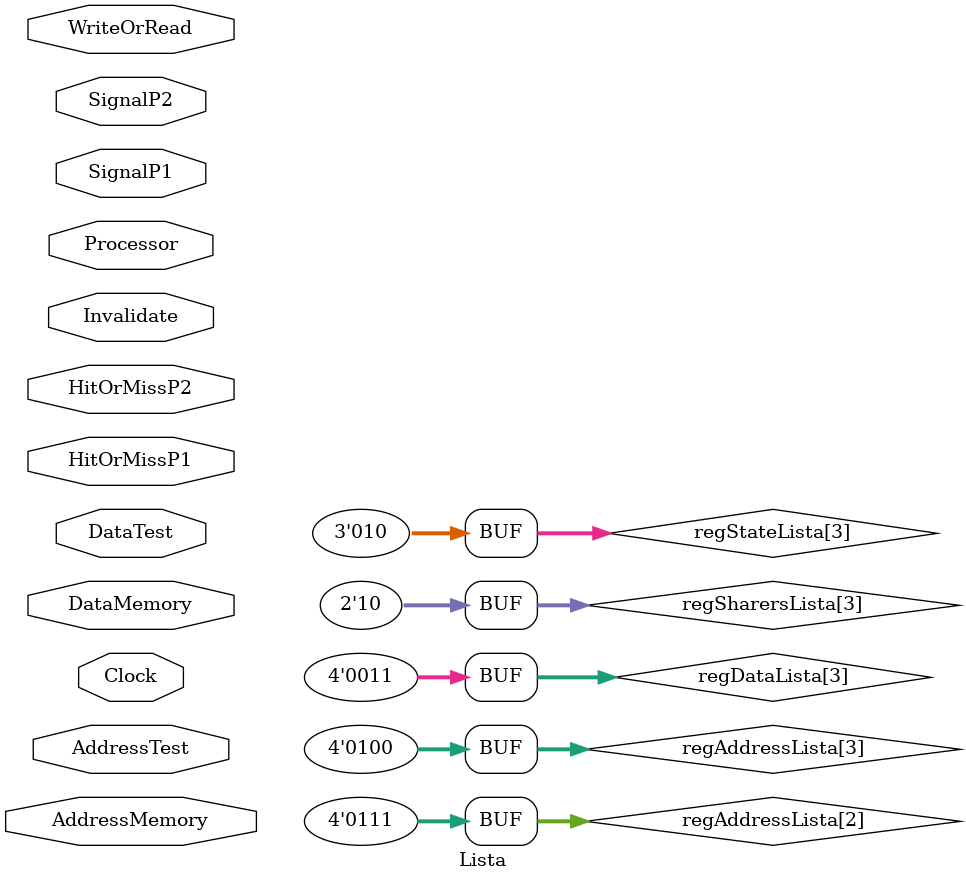
<source format=v>
module Lista(Clock, AddressTest, DataTest, HitOrMissP2, HitOrMissP1, SignalP1, SignalP2, DataMemory, AddressMemory, Processor, Invalidate, WriteOrRead);

	input Clock;
	
	input[1:0] Processor, WriteOrRead;
	input[1:0] Invalidate;
	input[2:0] SignalP1, SignalP2;
	input[1:0] HitOrMissP2;
	input[1:0] HitOrMissP1;
	input[3:0] DataTest;			
	input[3:0] AddressTest;		
	input[3:0] AddressMemory, DataMemory;
	
	// Variáveis Aux
	//output reg[3:0] auxBlock;
	
	// Variáveis Auxiliadoras
	reg[3:0] regAddressLista[3:0];			// Endereços
	reg[2:0] regStateLista[3:0];				// Estados
	reg[3:0] regDataLista[3:0];				// Dados
	reg[1:0] regSharersLista[3:0];			// Sharers
	reg[1:0] signalSharers;				//	sinal do Sharers
	
	
	// Contador
	integer cont, i, aux;
	
	/* Address
	empty - 0000
	100	- 0001
	108	- 0010
	110	- 0011
	118	- 0100
	120	- 0101
	128	- 0110
	130	- 0111
	138	- 1000
	*/
	
	/* State
	empty - 000
	I - 001
	S - 010
	M - 011
	*/
	
	/* Data
	empty - 0000
	08	- 0001
	10 - 0010
	18 - 0011
	20 - 0100
	28 - 0101
	68 - 0110
	78 - 0111
	80 - 1000
	90 - 1001
	*/
	
	/* Bloco
	empty - 000
	B0 - 001
	B1 - 010
	B2 - 011
	B3 - 100
	*/
	
	
	
	
	initial begin
	
// LISTA - CacheL2

//	   State = M				    		 Address = 100					  		 Data	= 10					 Sharers = 		P0,0
		regStateLista[0] = 3'b011;   		 regAddressLista[0] = 4'b0001; 	 		 regDataLista[0] = 4'b0010;   regSharersLista[0] = 3'b001; 

//		State = S				 			 Address = 108			   			 Data	= 08					 Sharers = 		P0,0
		regStateLista[1] = 3'b010; 		 regAddressLista[1] = 4'b0010; 	 		 regDataLista[1] = 4'b0001; 	 regSharersLista[1] = 3'b001;
	
//	 	   State = M				  		 Address = 130							 Data	= 68					 Sharers = 		P0,1
		regStateLista[2] = 3'b011; 		 regAddressLista[2] = 4'b0111; 	 	 	 regDataLista[2] = 4'b0110; 	 regSharersLista[2] = 3'b010;
	
//	 		State = S				  		 Address = 118			   			 Data	= 18						Sharers = 		P0,1
		regStateLista[3] = 3'b010; 		 regAddressLista[3] = 4'b0100; 	 		 regDataLista[3] = 4'b0011; 		regSharersLista[3] = 3'b010;
	

//------------------------------------------------------------------------------------------
	cont = 0;
	aux = 0;
	aux1 = 0;
	end
	
	always@(negedge Clock) begin
		signalSharers = 2'b00;
			
		#5;
		if(SignalP1 == 2'b001 && HitOrMissP1 == 2'b00 && HitOrMissP2 == 2'b00 && Processor == 2'b00 && aux ==1) // Letra D
			begin
				signalSharers = 2'b11;						// Sharers = Sharers + {P}
				regAddressLista[0] <= AddressMemory;	// Recebe o endereço da memoria
				regDataLista[0] <= DataMemory;			// Recebe o dado da memória
				regSharersLista[0] = 2'b01;				// P0_0
				regStateLista[0] = 2'b10;					//	O estado é mudado para Shared
			end
		if(HitOrMissP1 == 2'b00 && HitOrMissP2 == 2'b00 && Processor == 2'b00 && SignalP1 == 2'b001 && aux !=1) // Letra b
			begin
				regAddressLista[1] <= AddressMemory;	// Recebe o valor da memória
				regDataLista[1] <= DataMemory;			// Recebe o valor da memória
				regStateLista[1] = 2'b10;					//	O estado é mudado para Shared
				regSharersLista[1] = 2'b01;				// P0_0
				signalSharers = 2'b11;						// Sharers = Sharers + {P}
				aux = 1;
				aux1 = 1;
			end
			
		if(SignalP1 == 2'b010 && HitOrMissP1 == 2'b01 && WriteOrRead == 2'b01 && aux1 == 1) // Letra c
			begin
				signalSharers = 2'b10;						// Sharers = {P}
				regSharersLista[1] = 2'b01;				// P0_0
				regDataLista[1] = DataTest;				// 
				regStateLista[1] = 2'b11;					//	O estado é mudado para Modificado
			end
		if(SignalP2 == 2'b011 && HitOrMissP1 == 2'b01 && HitOrMissP2 == 2'b00 && Processor == 2'b01)
			begin
				cont = 1000;
				signalSharers = 2'b11;						// Sharers = Sharers + {P}
				regSharersLista[0] = 2'b11;				// P0_0 + P0_1
				regSharersLista[2] = 2'b00;				// empty
				regStateLista[2] = 2'b01;					//	O estado é mudado para Invalido
			end
		if(Invalidate == 2'b01 && HitOrMissP1 == 2'b01 && HitOrMissP2 == 2'b01 && Processor == 2'b01)
			begin
				signalSharers = 2'b10;					// Sharers = {P}
				regDataLista[0] = DataTest;				//	Recebe o valor escrito
				regStateLista[0] = 2'b11;					// O estado é mudado para modificado
				regSharersLista[0] = 2'b10;				// P0_1
			end
		if(SignalP1 == 3'b100 && WriteOrRead == 2'b01 && HitOrMissP1 == 2'b01 && HitOrMissP2 == 2'b01)
			begin
				regDataLista[0] = DataTest;	// escreve o valor passado
				regStateLista[0] = 2'b11;		// O estado é mudado para modificado
				signalSharers = 2'b10;			// Sharers = {P}
				regSharersLista[0] = 2'b01;	// P0_0
			end
		if(SignalP2 == 3'b001 && Invalidate == 2'b01 && HitOrMissP1 == 2'b01 && HitOrMissP2 == 2'b01) 
			begin
				regStateLista[0] = 2'b10;		// O estado é mudado para Shared
				signalSharers = 2'b11;			// Sharers = {P} + Sharers
				regSharersLista[0] = 2'b11;	// P0_1 + P0_0
				regDataLista[0] = 4'b1001;
			end
		if(SignalP2 == 3'b001  && HitOrMissP1 == 2'b00 && HitOrMissP2 == 2'b00 && Processor == 2'b01)
			begin
				regStateLista[0] = 2'b10; 	// Estado mudou para shared
				regSharersLista[0] = 2'b01;// P0_0
				regAddressLista[0] = AddressTest;
				regDataLista[2] = 4'b0010;
				signalSharers = 2'b11;		//Sharers = Sharers + {P}
				regStateLista[2] = 2'b10;	// Estado mudou para shared
				regSharersLista[2] = 2'b10;// P0_1
			end
	end

endmodule

</source>
